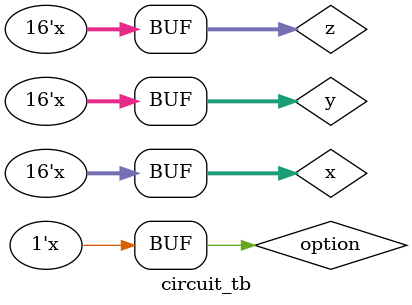
<source format=v>
module circuit_tb;

    wire[15:0] r;
    reg [15:0] x,y,z;
    reg option;

    initial 
    begin
        x = 2048;
        y = 1;
        z = 22;

        option = 0;
    end

    always
    begin
        #15 x = x+1;
        #15 y = y+1; 
        #15 z = z+1;
        #15 option = ~option;
    end
    
   circuitIV_III df(S,P,Q,R,operation);

endmodule 
    


</source>
